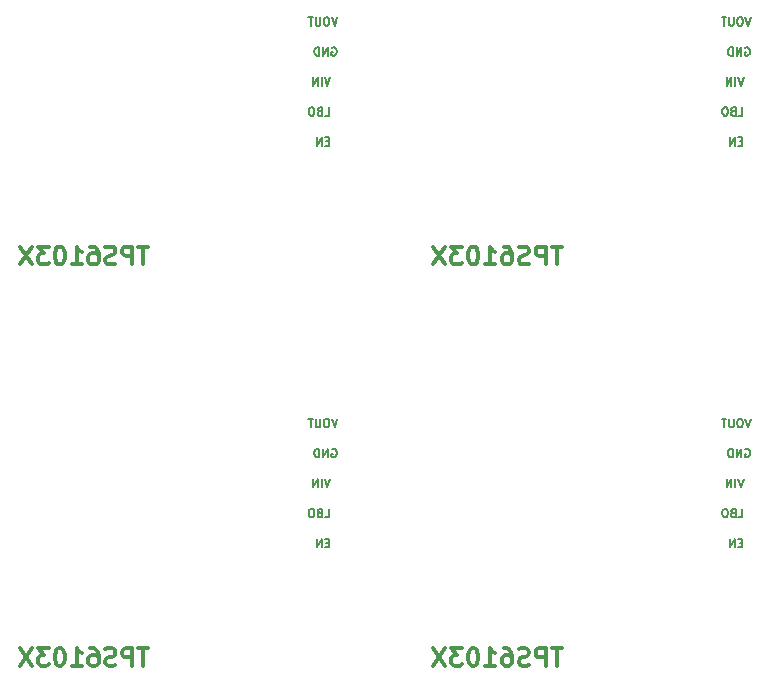
<source format=gbr>
%TF.GenerationSoftware,KiCad,Pcbnew,7.0.11+dfsg-1build4*%
%TF.CreationDate,2026-01-16T21:08:39-05:00*%
%TF.ProjectId,,58585858-5858-4585-9858-585858585858,rev?*%
%TF.SameCoordinates,Original*%
%TF.FileFunction,Legend,Bot*%
%TF.FilePolarity,Positive*%
%FSLAX46Y46*%
G04 Gerber Fmt 4.6, Leading zero omitted, Abs format (unit mm)*
G04 Created by KiCad (PCBNEW 7.0.11+dfsg-1build4) date 2026-01-16 21:08:39*
%MOMM*%
%LPD*%
G01*
G04 APERTURE LIST*
%ADD10C,0.175000*%
%ADD11C,0.300000*%
G04 APERTURE END LIST*
D10*
X133444869Y-105025233D02*
X133778202Y-105025233D01*
X133778202Y-105025233D02*
X133778202Y-104325233D01*
X132978202Y-104658566D02*
X132878202Y-104691900D01*
X132878202Y-104691900D02*
X132844868Y-104725233D01*
X132844868Y-104725233D02*
X132811535Y-104791900D01*
X132811535Y-104791900D02*
X132811535Y-104891900D01*
X132811535Y-104891900D02*
X132844868Y-104958566D01*
X132844868Y-104958566D02*
X132878202Y-104991900D01*
X132878202Y-104991900D02*
X132944868Y-105025233D01*
X132944868Y-105025233D02*
X133211535Y-105025233D01*
X133211535Y-105025233D02*
X133211535Y-104325233D01*
X133211535Y-104325233D02*
X132978202Y-104325233D01*
X132978202Y-104325233D02*
X132911535Y-104358566D01*
X132911535Y-104358566D02*
X132878202Y-104391900D01*
X132878202Y-104391900D02*
X132844868Y-104458566D01*
X132844868Y-104458566D02*
X132844868Y-104525233D01*
X132844868Y-104525233D02*
X132878202Y-104591900D01*
X132878202Y-104591900D02*
X132911535Y-104625233D01*
X132911535Y-104625233D02*
X132978202Y-104658566D01*
X132978202Y-104658566D02*
X133211535Y-104658566D01*
X132378202Y-104325233D02*
X132244868Y-104325233D01*
X132244868Y-104325233D02*
X132178202Y-104358566D01*
X132178202Y-104358566D02*
X132111535Y-104425233D01*
X132111535Y-104425233D02*
X132078202Y-104558566D01*
X132078202Y-104558566D02*
X132078202Y-104791900D01*
X132078202Y-104791900D02*
X132111535Y-104925233D01*
X132111535Y-104925233D02*
X132178202Y-104991900D01*
X132178202Y-104991900D02*
X132244868Y-105025233D01*
X132244868Y-105025233D02*
X132378202Y-105025233D01*
X132378202Y-105025233D02*
X132444868Y-104991900D01*
X132444868Y-104991900D02*
X132511535Y-104925233D01*
X132511535Y-104925233D02*
X132544868Y-104791900D01*
X132544868Y-104791900D02*
X132544868Y-104558566D01*
X132544868Y-104558566D02*
X132511535Y-104425233D01*
X132511535Y-104425233D02*
X132444868Y-104358566D01*
X132444868Y-104358566D02*
X132378202Y-104325233D01*
X134011535Y-99278566D02*
X134078202Y-99245233D01*
X134078202Y-99245233D02*
X134178202Y-99245233D01*
X134178202Y-99245233D02*
X134278202Y-99278566D01*
X134278202Y-99278566D02*
X134344869Y-99345233D01*
X134344869Y-99345233D02*
X134378202Y-99411900D01*
X134378202Y-99411900D02*
X134411535Y-99545233D01*
X134411535Y-99545233D02*
X134411535Y-99645233D01*
X134411535Y-99645233D02*
X134378202Y-99778566D01*
X134378202Y-99778566D02*
X134344869Y-99845233D01*
X134344869Y-99845233D02*
X134278202Y-99911900D01*
X134278202Y-99911900D02*
X134178202Y-99945233D01*
X134178202Y-99945233D02*
X134111535Y-99945233D01*
X134111535Y-99945233D02*
X134011535Y-99911900D01*
X134011535Y-99911900D02*
X133978202Y-99878566D01*
X133978202Y-99878566D02*
X133978202Y-99645233D01*
X133978202Y-99645233D02*
X134111535Y-99645233D01*
X133678202Y-99945233D02*
X133678202Y-99245233D01*
X133678202Y-99245233D02*
X133278202Y-99945233D01*
X133278202Y-99945233D02*
X133278202Y-99245233D01*
X132944869Y-99945233D02*
X132944869Y-99245233D01*
X132944869Y-99245233D02*
X132778202Y-99245233D01*
X132778202Y-99245233D02*
X132678202Y-99278566D01*
X132678202Y-99278566D02*
X132611536Y-99345233D01*
X132611536Y-99345233D02*
X132578202Y-99411900D01*
X132578202Y-99411900D02*
X132544869Y-99545233D01*
X132544869Y-99545233D02*
X132544869Y-99645233D01*
X132544869Y-99645233D02*
X132578202Y-99778566D01*
X132578202Y-99778566D02*
X132611536Y-99845233D01*
X132611536Y-99845233D02*
X132678202Y-99911900D01*
X132678202Y-99911900D02*
X132778202Y-99945233D01*
X132778202Y-99945233D02*
X132944869Y-99945233D01*
X133878202Y-101785233D02*
X133644869Y-102485233D01*
X133644869Y-102485233D02*
X133411535Y-101785233D01*
X133178202Y-102485233D02*
X133178202Y-101785233D01*
X132844869Y-102485233D02*
X132844869Y-101785233D01*
X132844869Y-101785233D02*
X132444869Y-102485233D01*
X132444869Y-102485233D02*
X132444869Y-101785233D01*
X133778202Y-107198566D02*
X133544869Y-107198566D01*
X133444869Y-107565233D02*
X133778202Y-107565233D01*
X133778202Y-107565233D02*
X133778202Y-106865233D01*
X133778202Y-106865233D02*
X133444869Y-106865233D01*
X133144869Y-107565233D02*
X133144869Y-106865233D01*
X133144869Y-106865233D02*
X132744869Y-107565233D01*
X132744869Y-107565233D02*
X132744869Y-106865233D01*
X134478202Y-96705233D02*
X134244869Y-97405233D01*
X134244869Y-97405233D02*
X134011535Y-96705233D01*
X133644869Y-96705233D02*
X133511535Y-96705233D01*
X133511535Y-96705233D02*
X133444869Y-96738566D01*
X133444869Y-96738566D02*
X133378202Y-96805233D01*
X133378202Y-96805233D02*
X133344869Y-96938566D01*
X133344869Y-96938566D02*
X133344869Y-97171900D01*
X133344869Y-97171900D02*
X133378202Y-97305233D01*
X133378202Y-97305233D02*
X133444869Y-97371900D01*
X133444869Y-97371900D02*
X133511535Y-97405233D01*
X133511535Y-97405233D02*
X133644869Y-97405233D01*
X133644869Y-97405233D02*
X133711535Y-97371900D01*
X133711535Y-97371900D02*
X133778202Y-97305233D01*
X133778202Y-97305233D02*
X133811535Y-97171900D01*
X133811535Y-97171900D02*
X133811535Y-96938566D01*
X133811535Y-96938566D02*
X133778202Y-96805233D01*
X133778202Y-96805233D02*
X133711535Y-96738566D01*
X133711535Y-96738566D02*
X133644869Y-96705233D01*
X133044869Y-96705233D02*
X133044869Y-97271900D01*
X133044869Y-97271900D02*
X133011536Y-97338566D01*
X133011536Y-97338566D02*
X132978202Y-97371900D01*
X132978202Y-97371900D02*
X132911536Y-97405233D01*
X132911536Y-97405233D02*
X132778202Y-97405233D01*
X132778202Y-97405233D02*
X132711536Y-97371900D01*
X132711536Y-97371900D02*
X132678202Y-97338566D01*
X132678202Y-97338566D02*
X132644869Y-97271900D01*
X132644869Y-97271900D02*
X132644869Y-96705233D01*
X132411536Y-96705233D02*
X132011536Y-96705233D01*
X132211536Y-97405233D02*
X132211536Y-96705233D01*
D11*
X118479774Y-116120828D02*
X117622632Y-116120828D01*
X118051203Y-117620828D02*
X118051203Y-116120828D01*
X117122632Y-117620828D02*
X117122632Y-116120828D01*
X117122632Y-116120828D02*
X116551203Y-116120828D01*
X116551203Y-116120828D02*
X116408346Y-116192257D01*
X116408346Y-116192257D02*
X116336917Y-116263685D01*
X116336917Y-116263685D02*
X116265489Y-116406542D01*
X116265489Y-116406542D02*
X116265489Y-116620828D01*
X116265489Y-116620828D02*
X116336917Y-116763685D01*
X116336917Y-116763685D02*
X116408346Y-116835114D01*
X116408346Y-116835114D02*
X116551203Y-116906542D01*
X116551203Y-116906542D02*
X117122632Y-116906542D01*
X115694060Y-117549400D02*
X115479775Y-117620828D01*
X115479775Y-117620828D02*
X115122632Y-117620828D01*
X115122632Y-117620828D02*
X114979775Y-117549400D01*
X114979775Y-117549400D02*
X114908346Y-117477971D01*
X114908346Y-117477971D02*
X114836917Y-117335114D01*
X114836917Y-117335114D02*
X114836917Y-117192257D01*
X114836917Y-117192257D02*
X114908346Y-117049400D01*
X114908346Y-117049400D02*
X114979775Y-116977971D01*
X114979775Y-116977971D02*
X115122632Y-116906542D01*
X115122632Y-116906542D02*
X115408346Y-116835114D01*
X115408346Y-116835114D02*
X115551203Y-116763685D01*
X115551203Y-116763685D02*
X115622632Y-116692257D01*
X115622632Y-116692257D02*
X115694060Y-116549400D01*
X115694060Y-116549400D02*
X115694060Y-116406542D01*
X115694060Y-116406542D02*
X115622632Y-116263685D01*
X115622632Y-116263685D02*
X115551203Y-116192257D01*
X115551203Y-116192257D02*
X115408346Y-116120828D01*
X115408346Y-116120828D02*
X115051203Y-116120828D01*
X115051203Y-116120828D02*
X114836917Y-116192257D01*
X113551204Y-116120828D02*
X113836918Y-116120828D01*
X113836918Y-116120828D02*
X113979775Y-116192257D01*
X113979775Y-116192257D02*
X114051204Y-116263685D01*
X114051204Y-116263685D02*
X114194061Y-116477971D01*
X114194061Y-116477971D02*
X114265489Y-116763685D01*
X114265489Y-116763685D02*
X114265489Y-117335114D01*
X114265489Y-117335114D02*
X114194061Y-117477971D01*
X114194061Y-117477971D02*
X114122632Y-117549400D01*
X114122632Y-117549400D02*
X113979775Y-117620828D01*
X113979775Y-117620828D02*
X113694061Y-117620828D01*
X113694061Y-117620828D02*
X113551204Y-117549400D01*
X113551204Y-117549400D02*
X113479775Y-117477971D01*
X113479775Y-117477971D02*
X113408346Y-117335114D01*
X113408346Y-117335114D02*
X113408346Y-116977971D01*
X113408346Y-116977971D02*
X113479775Y-116835114D01*
X113479775Y-116835114D02*
X113551204Y-116763685D01*
X113551204Y-116763685D02*
X113694061Y-116692257D01*
X113694061Y-116692257D02*
X113979775Y-116692257D01*
X113979775Y-116692257D02*
X114122632Y-116763685D01*
X114122632Y-116763685D02*
X114194061Y-116835114D01*
X114194061Y-116835114D02*
X114265489Y-116977971D01*
X111979775Y-117620828D02*
X112836918Y-117620828D01*
X112408347Y-117620828D02*
X112408347Y-116120828D01*
X112408347Y-116120828D02*
X112551204Y-116335114D01*
X112551204Y-116335114D02*
X112694061Y-116477971D01*
X112694061Y-116477971D02*
X112836918Y-116549400D01*
X111051204Y-116120828D02*
X110908347Y-116120828D01*
X110908347Y-116120828D02*
X110765490Y-116192257D01*
X110765490Y-116192257D02*
X110694062Y-116263685D01*
X110694062Y-116263685D02*
X110622633Y-116406542D01*
X110622633Y-116406542D02*
X110551204Y-116692257D01*
X110551204Y-116692257D02*
X110551204Y-117049400D01*
X110551204Y-117049400D02*
X110622633Y-117335114D01*
X110622633Y-117335114D02*
X110694062Y-117477971D01*
X110694062Y-117477971D02*
X110765490Y-117549400D01*
X110765490Y-117549400D02*
X110908347Y-117620828D01*
X110908347Y-117620828D02*
X111051204Y-117620828D01*
X111051204Y-117620828D02*
X111194062Y-117549400D01*
X111194062Y-117549400D02*
X111265490Y-117477971D01*
X111265490Y-117477971D02*
X111336919Y-117335114D01*
X111336919Y-117335114D02*
X111408347Y-117049400D01*
X111408347Y-117049400D02*
X111408347Y-116692257D01*
X111408347Y-116692257D02*
X111336919Y-116406542D01*
X111336919Y-116406542D02*
X111265490Y-116263685D01*
X111265490Y-116263685D02*
X111194062Y-116192257D01*
X111194062Y-116192257D02*
X111051204Y-116120828D01*
X110051205Y-116120828D02*
X109122633Y-116120828D01*
X109122633Y-116120828D02*
X109622633Y-116692257D01*
X109622633Y-116692257D02*
X109408348Y-116692257D01*
X109408348Y-116692257D02*
X109265491Y-116763685D01*
X109265491Y-116763685D02*
X109194062Y-116835114D01*
X109194062Y-116835114D02*
X109122633Y-116977971D01*
X109122633Y-116977971D02*
X109122633Y-117335114D01*
X109122633Y-117335114D02*
X109194062Y-117477971D01*
X109194062Y-117477971D02*
X109265491Y-117549400D01*
X109265491Y-117549400D02*
X109408348Y-117620828D01*
X109408348Y-117620828D02*
X109836919Y-117620828D01*
X109836919Y-117620828D02*
X109979776Y-117549400D01*
X109979776Y-117549400D02*
X110051205Y-117477971D01*
X108622634Y-116120828D02*
X107622634Y-117620828D01*
X107622634Y-116120828D02*
X108622634Y-117620828D01*
D10*
X98444869Y-105025233D02*
X98778202Y-105025233D01*
X98778202Y-105025233D02*
X98778202Y-104325233D01*
X97978202Y-104658566D02*
X97878202Y-104691900D01*
X97878202Y-104691900D02*
X97844868Y-104725233D01*
X97844868Y-104725233D02*
X97811535Y-104791900D01*
X97811535Y-104791900D02*
X97811535Y-104891900D01*
X97811535Y-104891900D02*
X97844868Y-104958566D01*
X97844868Y-104958566D02*
X97878202Y-104991900D01*
X97878202Y-104991900D02*
X97944868Y-105025233D01*
X97944868Y-105025233D02*
X98211535Y-105025233D01*
X98211535Y-105025233D02*
X98211535Y-104325233D01*
X98211535Y-104325233D02*
X97978202Y-104325233D01*
X97978202Y-104325233D02*
X97911535Y-104358566D01*
X97911535Y-104358566D02*
X97878202Y-104391900D01*
X97878202Y-104391900D02*
X97844868Y-104458566D01*
X97844868Y-104458566D02*
X97844868Y-104525233D01*
X97844868Y-104525233D02*
X97878202Y-104591900D01*
X97878202Y-104591900D02*
X97911535Y-104625233D01*
X97911535Y-104625233D02*
X97978202Y-104658566D01*
X97978202Y-104658566D02*
X98211535Y-104658566D01*
X97378202Y-104325233D02*
X97244868Y-104325233D01*
X97244868Y-104325233D02*
X97178202Y-104358566D01*
X97178202Y-104358566D02*
X97111535Y-104425233D01*
X97111535Y-104425233D02*
X97078202Y-104558566D01*
X97078202Y-104558566D02*
X97078202Y-104791900D01*
X97078202Y-104791900D02*
X97111535Y-104925233D01*
X97111535Y-104925233D02*
X97178202Y-104991900D01*
X97178202Y-104991900D02*
X97244868Y-105025233D01*
X97244868Y-105025233D02*
X97378202Y-105025233D01*
X97378202Y-105025233D02*
X97444868Y-104991900D01*
X97444868Y-104991900D02*
X97511535Y-104925233D01*
X97511535Y-104925233D02*
X97544868Y-104791900D01*
X97544868Y-104791900D02*
X97544868Y-104558566D01*
X97544868Y-104558566D02*
X97511535Y-104425233D01*
X97511535Y-104425233D02*
X97444868Y-104358566D01*
X97444868Y-104358566D02*
X97378202Y-104325233D01*
X99011535Y-99278566D02*
X99078202Y-99245233D01*
X99078202Y-99245233D02*
X99178202Y-99245233D01*
X99178202Y-99245233D02*
X99278202Y-99278566D01*
X99278202Y-99278566D02*
X99344869Y-99345233D01*
X99344869Y-99345233D02*
X99378202Y-99411900D01*
X99378202Y-99411900D02*
X99411535Y-99545233D01*
X99411535Y-99545233D02*
X99411535Y-99645233D01*
X99411535Y-99645233D02*
X99378202Y-99778566D01*
X99378202Y-99778566D02*
X99344869Y-99845233D01*
X99344869Y-99845233D02*
X99278202Y-99911900D01*
X99278202Y-99911900D02*
X99178202Y-99945233D01*
X99178202Y-99945233D02*
X99111535Y-99945233D01*
X99111535Y-99945233D02*
X99011535Y-99911900D01*
X99011535Y-99911900D02*
X98978202Y-99878566D01*
X98978202Y-99878566D02*
X98978202Y-99645233D01*
X98978202Y-99645233D02*
X99111535Y-99645233D01*
X98678202Y-99945233D02*
X98678202Y-99245233D01*
X98678202Y-99245233D02*
X98278202Y-99945233D01*
X98278202Y-99945233D02*
X98278202Y-99245233D01*
X97944869Y-99945233D02*
X97944869Y-99245233D01*
X97944869Y-99245233D02*
X97778202Y-99245233D01*
X97778202Y-99245233D02*
X97678202Y-99278566D01*
X97678202Y-99278566D02*
X97611536Y-99345233D01*
X97611536Y-99345233D02*
X97578202Y-99411900D01*
X97578202Y-99411900D02*
X97544869Y-99545233D01*
X97544869Y-99545233D02*
X97544869Y-99645233D01*
X97544869Y-99645233D02*
X97578202Y-99778566D01*
X97578202Y-99778566D02*
X97611536Y-99845233D01*
X97611536Y-99845233D02*
X97678202Y-99911900D01*
X97678202Y-99911900D02*
X97778202Y-99945233D01*
X97778202Y-99945233D02*
X97944869Y-99945233D01*
X98878202Y-101785233D02*
X98644869Y-102485233D01*
X98644869Y-102485233D02*
X98411535Y-101785233D01*
X98178202Y-102485233D02*
X98178202Y-101785233D01*
X97844869Y-102485233D02*
X97844869Y-101785233D01*
X97844869Y-101785233D02*
X97444869Y-102485233D01*
X97444869Y-102485233D02*
X97444869Y-101785233D01*
X98778202Y-107198566D02*
X98544869Y-107198566D01*
X98444869Y-107565233D02*
X98778202Y-107565233D01*
X98778202Y-107565233D02*
X98778202Y-106865233D01*
X98778202Y-106865233D02*
X98444869Y-106865233D01*
X98144869Y-107565233D02*
X98144869Y-106865233D01*
X98144869Y-106865233D02*
X97744869Y-107565233D01*
X97744869Y-107565233D02*
X97744869Y-106865233D01*
X99478202Y-96705233D02*
X99244869Y-97405233D01*
X99244869Y-97405233D02*
X99011535Y-96705233D01*
X98644869Y-96705233D02*
X98511535Y-96705233D01*
X98511535Y-96705233D02*
X98444869Y-96738566D01*
X98444869Y-96738566D02*
X98378202Y-96805233D01*
X98378202Y-96805233D02*
X98344869Y-96938566D01*
X98344869Y-96938566D02*
X98344869Y-97171900D01*
X98344869Y-97171900D02*
X98378202Y-97305233D01*
X98378202Y-97305233D02*
X98444869Y-97371900D01*
X98444869Y-97371900D02*
X98511535Y-97405233D01*
X98511535Y-97405233D02*
X98644869Y-97405233D01*
X98644869Y-97405233D02*
X98711535Y-97371900D01*
X98711535Y-97371900D02*
X98778202Y-97305233D01*
X98778202Y-97305233D02*
X98811535Y-97171900D01*
X98811535Y-97171900D02*
X98811535Y-96938566D01*
X98811535Y-96938566D02*
X98778202Y-96805233D01*
X98778202Y-96805233D02*
X98711535Y-96738566D01*
X98711535Y-96738566D02*
X98644869Y-96705233D01*
X98044869Y-96705233D02*
X98044869Y-97271900D01*
X98044869Y-97271900D02*
X98011536Y-97338566D01*
X98011536Y-97338566D02*
X97978202Y-97371900D01*
X97978202Y-97371900D02*
X97911536Y-97405233D01*
X97911536Y-97405233D02*
X97778202Y-97405233D01*
X97778202Y-97405233D02*
X97711536Y-97371900D01*
X97711536Y-97371900D02*
X97678202Y-97338566D01*
X97678202Y-97338566D02*
X97644869Y-97271900D01*
X97644869Y-97271900D02*
X97644869Y-96705233D01*
X97411536Y-96705233D02*
X97011536Y-96705233D01*
X97211536Y-97405233D02*
X97211536Y-96705233D01*
D11*
X83479774Y-116120828D02*
X82622632Y-116120828D01*
X83051203Y-117620828D02*
X83051203Y-116120828D01*
X82122632Y-117620828D02*
X82122632Y-116120828D01*
X82122632Y-116120828D02*
X81551203Y-116120828D01*
X81551203Y-116120828D02*
X81408346Y-116192257D01*
X81408346Y-116192257D02*
X81336917Y-116263685D01*
X81336917Y-116263685D02*
X81265489Y-116406542D01*
X81265489Y-116406542D02*
X81265489Y-116620828D01*
X81265489Y-116620828D02*
X81336917Y-116763685D01*
X81336917Y-116763685D02*
X81408346Y-116835114D01*
X81408346Y-116835114D02*
X81551203Y-116906542D01*
X81551203Y-116906542D02*
X82122632Y-116906542D01*
X80694060Y-117549400D02*
X80479775Y-117620828D01*
X80479775Y-117620828D02*
X80122632Y-117620828D01*
X80122632Y-117620828D02*
X79979775Y-117549400D01*
X79979775Y-117549400D02*
X79908346Y-117477971D01*
X79908346Y-117477971D02*
X79836917Y-117335114D01*
X79836917Y-117335114D02*
X79836917Y-117192257D01*
X79836917Y-117192257D02*
X79908346Y-117049400D01*
X79908346Y-117049400D02*
X79979775Y-116977971D01*
X79979775Y-116977971D02*
X80122632Y-116906542D01*
X80122632Y-116906542D02*
X80408346Y-116835114D01*
X80408346Y-116835114D02*
X80551203Y-116763685D01*
X80551203Y-116763685D02*
X80622632Y-116692257D01*
X80622632Y-116692257D02*
X80694060Y-116549400D01*
X80694060Y-116549400D02*
X80694060Y-116406542D01*
X80694060Y-116406542D02*
X80622632Y-116263685D01*
X80622632Y-116263685D02*
X80551203Y-116192257D01*
X80551203Y-116192257D02*
X80408346Y-116120828D01*
X80408346Y-116120828D02*
X80051203Y-116120828D01*
X80051203Y-116120828D02*
X79836917Y-116192257D01*
X78551204Y-116120828D02*
X78836918Y-116120828D01*
X78836918Y-116120828D02*
X78979775Y-116192257D01*
X78979775Y-116192257D02*
X79051204Y-116263685D01*
X79051204Y-116263685D02*
X79194061Y-116477971D01*
X79194061Y-116477971D02*
X79265489Y-116763685D01*
X79265489Y-116763685D02*
X79265489Y-117335114D01*
X79265489Y-117335114D02*
X79194061Y-117477971D01*
X79194061Y-117477971D02*
X79122632Y-117549400D01*
X79122632Y-117549400D02*
X78979775Y-117620828D01*
X78979775Y-117620828D02*
X78694061Y-117620828D01*
X78694061Y-117620828D02*
X78551204Y-117549400D01*
X78551204Y-117549400D02*
X78479775Y-117477971D01*
X78479775Y-117477971D02*
X78408346Y-117335114D01*
X78408346Y-117335114D02*
X78408346Y-116977971D01*
X78408346Y-116977971D02*
X78479775Y-116835114D01*
X78479775Y-116835114D02*
X78551204Y-116763685D01*
X78551204Y-116763685D02*
X78694061Y-116692257D01*
X78694061Y-116692257D02*
X78979775Y-116692257D01*
X78979775Y-116692257D02*
X79122632Y-116763685D01*
X79122632Y-116763685D02*
X79194061Y-116835114D01*
X79194061Y-116835114D02*
X79265489Y-116977971D01*
X76979775Y-117620828D02*
X77836918Y-117620828D01*
X77408347Y-117620828D02*
X77408347Y-116120828D01*
X77408347Y-116120828D02*
X77551204Y-116335114D01*
X77551204Y-116335114D02*
X77694061Y-116477971D01*
X77694061Y-116477971D02*
X77836918Y-116549400D01*
X76051204Y-116120828D02*
X75908347Y-116120828D01*
X75908347Y-116120828D02*
X75765490Y-116192257D01*
X75765490Y-116192257D02*
X75694062Y-116263685D01*
X75694062Y-116263685D02*
X75622633Y-116406542D01*
X75622633Y-116406542D02*
X75551204Y-116692257D01*
X75551204Y-116692257D02*
X75551204Y-117049400D01*
X75551204Y-117049400D02*
X75622633Y-117335114D01*
X75622633Y-117335114D02*
X75694062Y-117477971D01*
X75694062Y-117477971D02*
X75765490Y-117549400D01*
X75765490Y-117549400D02*
X75908347Y-117620828D01*
X75908347Y-117620828D02*
X76051204Y-117620828D01*
X76051204Y-117620828D02*
X76194062Y-117549400D01*
X76194062Y-117549400D02*
X76265490Y-117477971D01*
X76265490Y-117477971D02*
X76336919Y-117335114D01*
X76336919Y-117335114D02*
X76408347Y-117049400D01*
X76408347Y-117049400D02*
X76408347Y-116692257D01*
X76408347Y-116692257D02*
X76336919Y-116406542D01*
X76336919Y-116406542D02*
X76265490Y-116263685D01*
X76265490Y-116263685D02*
X76194062Y-116192257D01*
X76194062Y-116192257D02*
X76051204Y-116120828D01*
X75051205Y-116120828D02*
X74122633Y-116120828D01*
X74122633Y-116120828D02*
X74622633Y-116692257D01*
X74622633Y-116692257D02*
X74408348Y-116692257D01*
X74408348Y-116692257D02*
X74265491Y-116763685D01*
X74265491Y-116763685D02*
X74194062Y-116835114D01*
X74194062Y-116835114D02*
X74122633Y-116977971D01*
X74122633Y-116977971D02*
X74122633Y-117335114D01*
X74122633Y-117335114D02*
X74194062Y-117477971D01*
X74194062Y-117477971D02*
X74265491Y-117549400D01*
X74265491Y-117549400D02*
X74408348Y-117620828D01*
X74408348Y-117620828D02*
X74836919Y-117620828D01*
X74836919Y-117620828D02*
X74979776Y-117549400D01*
X74979776Y-117549400D02*
X75051205Y-117477971D01*
X73622634Y-116120828D02*
X72622634Y-117620828D01*
X72622634Y-116120828D02*
X73622634Y-117620828D01*
D10*
X133444869Y-71025233D02*
X133778202Y-71025233D01*
X133778202Y-71025233D02*
X133778202Y-70325233D01*
X132978202Y-70658566D02*
X132878202Y-70691900D01*
X132878202Y-70691900D02*
X132844868Y-70725233D01*
X132844868Y-70725233D02*
X132811535Y-70791900D01*
X132811535Y-70791900D02*
X132811535Y-70891900D01*
X132811535Y-70891900D02*
X132844868Y-70958566D01*
X132844868Y-70958566D02*
X132878202Y-70991900D01*
X132878202Y-70991900D02*
X132944868Y-71025233D01*
X132944868Y-71025233D02*
X133211535Y-71025233D01*
X133211535Y-71025233D02*
X133211535Y-70325233D01*
X133211535Y-70325233D02*
X132978202Y-70325233D01*
X132978202Y-70325233D02*
X132911535Y-70358566D01*
X132911535Y-70358566D02*
X132878202Y-70391900D01*
X132878202Y-70391900D02*
X132844868Y-70458566D01*
X132844868Y-70458566D02*
X132844868Y-70525233D01*
X132844868Y-70525233D02*
X132878202Y-70591900D01*
X132878202Y-70591900D02*
X132911535Y-70625233D01*
X132911535Y-70625233D02*
X132978202Y-70658566D01*
X132978202Y-70658566D02*
X133211535Y-70658566D01*
X132378202Y-70325233D02*
X132244868Y-70325233D01*
X132244868Y-70325233D02*
X132178202Y-70358566D01*
X132178202Y-70358566D02*
X132111535Y-70425233D01*
X132111535Y-70425233D02*
X132078202Y-70558566D01*
X132078202Y-70558566D02*
X132078202Y-70791900D01*
X132078202Y-70791900D02*
X132111535Y-70925233D01*
X132111535Y-70925233D02*
X132178202Y-70991900D01*
X132178202Y-70991900D02*
X132244868Y-71025233D01*
X132244868Y-71025233D02*
X132378202Y-71025233D01*
X132378202Y-71025233D02*
X132444868Y-70991900D01*
X132444868Y-70991900D02*
X132511535Y-70925233D01*
X132511535Y-70925233D02*
X132544868Y-70791900D01*
X132544868Y-70791900D02*
X132544868Y-70558566D01*
X132544868Y-70558566D02*
X132511535Y-70425233D01*
X132511535Y-70425233D02*
X132444868Y-70358566D01*
X132444868Y-70358566D02*
X132378202Y-70325233D01*
X134011535Y-65278566D02*
X134078202Y-65245233D01*
X134078202Y-65245233D02*
X134178202Y-65245233D01*
X134178202Y-65245233D02*
X134278202Y-65278566D01*
X134278202Y-65278566D02*
X134344869Y-65345233D01*
X134344869Y-65345233D02*
X134378202Y-65411900D01*
X134378202Y-65411900D02*
X134411535Y-65545233D01*
X134411535Y-65545233D02*
X134411535Y-65645233D01*
X134411535Y-65645233D02*
X134378202Y-65778566D01*
X134378202Y-65778566D02*
X134344869Y-65845233D01*
X134344869Y-65845233D02*
X134278202Y-65911900D01*
X134278202Y-65911900D02*
X134178202Y-65945233D01*
X134178202Y-65945233D02*
X134111535Y-65945233D01*
X134111535Y-65945233D02*
X134011535Y-65911900D01*
X134011535Y-65911900D02*
X133978202Y-65878566D01*
X133978202Y-65878566D02*
X133978202Y-65645233D01*
X133978202Y-65645233D02*
X134111535Y-65645233D01*
X133678202Y-65945233D02*
X133678202Y-65245233D01*
X133678202Y-65245233D02*
X133278202Y-65945233D01*
X133278202Y-65945233D02*
X133278202Y-65245233D01*
X132944869Y-65945233D02*
X132944869Y-65245233D01*
X132944869Y-65245233D02*
X132778202Y-65245233D01*
X132778202Y-65245233D02*
X132678202Y-65278566D01*
X132678202Y-65278566D02*
X132611536Y-65345233D01*
X132611536Y-65345233D02*
X132578202Y-65411900D01*
X132578202Y-65411900D02*
X132544869Y-65545233D01*
X132544869Y-65545233D02*
X132544869Y-65645233D01*
X132544869Y-65645233D02*
X132578202Y-65778566D01*
X132578202Y-65778566D02*
X132611536Y-65845233D01*
X132611536Y-65845233D02*
X132678202Y-65911900D01*
X132678202Y-65911900D02*
X132778202Y-65945233D01*
X132778202Y-65945233D02*
X132944869Y-65945233D01*
X133878202Y-67785233D02*
X133644869Y-68485233D01*
X133644869Y-68485233D02*
X133411535Y-67785233D01*
X133178202Y-68485233D02*
X133178202Y-67785233D01*
X132844869Y-68485233D02*
X132844869Y-67785233D01*
X132844869Y-67785233D02*
X132444869Y-68485233D01*
X132444869Y-68485233D02*
X132444869Y-67785233D01*
X133778202Y-73198566D02*
X133544869Y-73198566D01*
X133444869Y-73565233D02*
X133778202Y-73565233D01*
X133778202Y-73565233D02*
X133778202Y-72865233D01*
X133778202Y-72865233D02*
X133444869Y-72865233D01*
X133144869Y-73565233D02*
X133144869Y-72865233D01*
X133144869Y-72865233D02*
X132744869Y-73565233D01*
X132744869Y-73565233D02*
X132744869Y-72865233D01*
X134478202Y-62705233D02*
X134244869Y-63405233D01*
X134244869Y-63405233D02*
X134011535Y-62705233D01*
X133644869Y-62705233D02*
X133511535Y-62705233D01*
X133511535Y-62705233D02*
X133444869Y-62738566D01*
X133444869Y-62738566D02*
X133378202Y-62805233D01*
X133378202Y-62805233D02*
X133344869Y-62938566D01*
X133344869Y-62938566D02*
X133344869Y-63171900D01*
X133344869Y-63171900D02*
X133378202Y-63305233D01*
X133378202Y-63305233D02*
X133444869Y-63371900D01*
X133444869Y-63371900D02*
X133511535Y-63405233D01*
X133511535Y-63405233D02*
X133644869Y-63405233D01*
X133644869Y-63405233D02*
X133711535Y-63371900D01*
X133711535Y-63371900D02*
X133778202Y-63305233D01*
X133778202Y-63305233D02*
X133811535Y-63171900D01*
X133811535Y-63171900D02*
X133811535Y-62938566D01*
X133811535Y-62938566D02*
X133778202Y-62805233D01*
X133778202Y-62805233D02*
X133711535Y-62738566D01*
X133711535Y-62738566D02*
X133644869Y-62705233D01*
X133044869Y-62705233D02*
X133044869Y-63271900D01*
X133044869Y-63271900D02*
X133011536Y-63338566D01*
X133011536Y-63338566D02*
X132978202Y-63371900D01*
X132978202Y-63371900D02*
X132911536Y-63405233D01*
X132911536Y-63405233D02*
X132778202Y-63405233D01*
X132778202Y-63405233D02*
X132711536Y-63371900D01*
X132711536Y-63371900D02*
X132678202Y-63338566D01*
X132678202Y-63338566D02*
X132644869Y-63271900D01*
X132644869Y-63271900D02*
X132644869Y-62705233D01*
X132411536Y-62705233D02*
X132011536Y-62705233D01*
X132211536Y-63405233D02*
X132211536Y-62705233D01*
D11*
X118479774Y-82120828D02*
X117622632Y-82120828D01*
X118051203Y-83620828D02*
X118051203Y-82120828D01*
X117122632Y-83620828D02*
X117122632Y-82120828D01*
X117122632Y-82120828D02*
X116551203Y-82120828D01*
X116551203Y-82120828D02*
X116408346Y-82192257D01*
X116408346Y-82192257D02*
X116336917Y-82263685D01*
X116336917Y-82263685D02*
X116265489Y-82406542D01*
X116265489Y-82406542D02*
X116265489Y-82620828D01*
X116265489Y-82620828D02*
X116336917Y-82763685D01*
X116336917Y-82763685D02*
X116408346Y-82835114D01*
X116408346Y-82835114D02*
X116551203Y-82906542D01*
X116551203Y-82906542D02*
X117122632Y-82906542D01*
X115694060Y-83549400D02*
X115479775Y-83620828D01*
X115479775Y-83620828D02*
X115122632Y-83620828D01*
X115122632Y-83620828D02*
X114979775Y-83549400D01*
X114979775Y-83549400D02*
X114908346Y-83477971D01*
X114908346Y-83477971D02*
X114836917Y-83335114D01*
X114836917Y-83335114D02*
X114836917Y-83192257D01*
X114836917Y-83192257D02*
X114908346Y-83049400D01*
X114908346Y-83049400D02*
X114979775Y-82977971D01*
X114979775Y-82977971D02*
X115122632Y-82906542D01*
X115122632Y-82906542D02*
X115408346Y-82835114D01*
X115408346Y-82835114D02*
X115551203Y-82763685D01*
X115551203Y-82763685D02*
X115622632Y-82692257D01*
X115622632Y-82692257D02*
X115694060Y-82549400D01*
X115694060Y-82549400D02*
X115694060Y-82406542D01*
X115694060Y-82406542D02*
X115622632Y-82263685D01*
X115622632Y-82263685D02*
X115551203Y-82192257D01*
X115551203Y-82192257D02*
X115408346Y-82120828D01*
X115408346Y-82120828D02*
X115051203Y-82120828D01*
X115051203Y-82120828D02*
X114836917Y-82192257D01*
X113551204Y-82120828D02*
X113836918Y-82120828D01*
X113836918Y-82120828D02*
X113979775Y-82192257D01*
X113979775Y-82192257D02*
X114051204Y-82263685D01*
X114051204Y-82263685D02*
X114194061Y-82477971D01*
X114194061Y-82477971D02*
X114265489Y-82763685D01*
X114265489Y-82763685D02*
X114265489Y-83335114D01*
X114265489Y-83335114D02*
X114194061Y-83477971D01*
X114194061Y-83477971D02*
X114122632Y-83549400D01*
X114122632Y-83549400D02*
X113979775Y-83620828D01*
X113979775Y-83620828D02*
X113694061Y-83620828D01*
X113694061Y-83620828D02*
X113551204Y-83549400D01*
X113551204Y-83549400D02*
X113479775Y-83477971D01*
X113479775Y-83477971D02*
X113408346Y-83335114D01*
X113408346Y-83335114D02*
X113408346Y-82977971D01*
X113408346Y-82977971D02*
X113479775Y-82835114D01*
X113479775Y-82835114D02*
X113551204Y-82763685D01*
X113551204Y-82763685D02*
X113694061Y-82692257D01*
X113694061Y-82692257D02*
X113979775Y-82692257D01*
X113979775Y-82692257D02*
X114122632Y-82763685D01*
X114122632Y-82763685D02*
X114194061Y-82835114D01*
X114194061Y-82835114D02*
X114265489Y-82977971D01*
X111979775Y-83620828D02*
X112836918Y-83620828D01*
X112408347Y-83620828D02*
X112408347Y-82120828D01*
X112408347Y-82120828D02*
X112551204Y-82335114D01*
X112551204Y-82335114D02*
X112694061Y-82477971D01*
X112694061Y-82477971D02*
X112836918Y-82549400D01*
X111051204Y-82120828D02*
X110908347Y-82120828D01*
X110908347Y-82120828D02*
X110765490Y-82192257D01*
X110765490Y-82192257D02*
X110694062Y-82263685D01*
X110694062Y-82263685D02*
X110622633Y-82406542D01*
X110622633Y-82406542D02*
X110551204Y-82692257D01*
X110551204Y-82692257D02*
X110551204Y-83049400D01*
X110551204Y-83049400D02*
X110622633Y-83335114D01*
X110622633Y-83335114D02*
X110694062Y-83477971D01*
X110694062Y-83477971D02*
X110765490Y-83549400D01*
X110765490Y-83549400D02*
X110908347Y-83620828D01*
X110908347Y-83620828D02*
X111051204Y-83620828D01*
X111051204Y-83620828D02*
X111194062Y-83549400D01*
X111194062Y-83549400D02*
X111265490Y-83477971D01*
X111265490Y-83477971D02*
X111336919Y-83335114D01*
X111336919Y-83335114D02*
X111408347Y-83049400D01*
X111408347Y-83049400D02*
X111408347Y-82692257D01*
X111408347Y-82692257D02*
X111336919Y-82406542D01*
X111336919Y-82406542D02*
X111265490Y-82263685D01*
X111265490Y-82263685D02*
X111194062Y-82192257D01*
X111194062Y-82192257D02*
X111051204Y-82120828D01*
X110051205Y-82120828D02*
X109122633Y-82120828D01*
X109122633Y-82120828D02*
X109622633Y-82692257D01*
X109622633Y-82692257D02*
X109408348Y-82692257D01*
X109408348Y-82692257D02*
X109265491Y-82763685D01*
X109265491Y-82763685D02*
X109194062Y-82835114D01*
X109194062Y-82835114D02*
X109122633Y-82977971D01*
X109122633Y-82977971D02*
X109122633Y-83335114D01*
X109122633Y-83335114D02*
X109194062Y-83477971D01*
X109194062Y-83477971D02*
X109265491Y-83549400D01*
X109265491Y-83549400D02*
X109408348Y-83620828D01*
X109408348Y-83620828D02*
X109836919Y-83620828D01*
X109836919Y-83620828D02*
X109979776Y-83549400D01*
X109979776Y-83549400D02*
X110051205Y-83477971D01*
X108622634Y-82120828D02*
X107622634Y-83620828D01*
X107622634Y-82120828D02*
X108622634Y-83620828D01*
D10*
X99478202Y-62705233D02*
X99244869Y-63405233D01*
X99244869Y-63405233D02*
X99011535Y-62705233D01*
X98644869Y-62705233D02*
X98511535Y-62705233D01*
X98511535Y-62705233D02*
X98444869Y-62738566D01*
X98444869Y-62738566D02*
X98378202Y-62805233D01*
X98378202Y-62805233D02*
X98344869Y-62938566D01*
X98344869Y-62938566D02*
X98344869Y-63171900D01*
X98344869Y-63171900D02*
X98378202Y-63305233D01*
X98378202Y-63305233D02*
X98444869Y-63371900D01*
X98444869Y-63371900D02*
X98511535Y-63405233D01*
X98511535Y-63405233D02*
X98644869Y-63405233D01*
X98644869Y-63405233D02*
X98711535Y-63371900D01*
X98711535Y-63371900D02*
X98778202Y-63305233D01*
X98778202Y-63305233D02*
X98811535Y-63171900D01*
X98811535Y-63171900D02*
X98811535Y-62938566D01*
X98811535Y-62938566D02*
X98778202Y-62805233D01*
X98778202Y-62805233D02*
X98711535Y-62738566D01*
X98711535Y-62738566D02*
X98644869Y-62705233D01*
X98044869Y-62705233D02*
X98044869Y-63271900D01*
X98044869Y-63271900D02*
X98011536Y-63338566D01*
X98011536Y-63338566D02*
X97978202Y-63371900D01*
X97978202Y-63371900D02*
X97911536Y-63405233D01*
X97911536Y-63405233D02*
X97778202Y-63405233D01*
X97778202Y-63405233D02*
X97711536Y-63371900D01*
X97711536Y-63371900D02*
X97678202Y-63338566D01*
X97678202Y-63338566D02*
X97644869Y-63271900D01*
X97644869Y-63271900D02*
X97644869Y-62705233D01*
X97411536Y-62705233D02*
X97011536Y-62705233D01*
X97211536Y-63405233D02*
X97211536Y-62705233D01*
X98778202Y-73198566D02*
X98544869Y-73198566D01*
X98444869Y-73565233D02*
X98778202Y-73565233D01*
X98778202Y-73565233D02*
X98778202Y-72865233D01*
X98778202Y-72865233D02*
X98444869Y-72865233D01*
X98144869Y-73565233D02*
X98144869Y-72865233D01*
X98144869Y-72865233D02*
X97744869Y-73565233D01*
X97744869Y-73565233D02*
X97744869Y-72865233D01*
X98878202Y-67785233D02*
X98644869Y-68485233D01*
X98644869Y-68485233D02*
X98411535Y-67785233D01*
X98178202Y-68485233D02*
X98178202Y-67785233D01*
X97844869Y-68485233D02*
X97844869Y-67785233D01*
X97844869Y-67785233D02*
X97444869Y-68485233D01*
X97444869Y-68485233D02*
X97444869Y-67785233D01*
D11*
X83479774Y-82120828D02*
X82622632Y-82120828D01*
X83051203Y-83620828D02*
X83051203Y-82120828D01*
X82122632Y-83620828D02*
X82122632Y-82120828D01*
X82122632Y-82120828D02*
X81551203Y-82120828D01*
X81551203Y-82120828D02*
X81408346Y-82192257D01*
X81408346Y-82192257D02*
X81336917Y-82263685D01*
X81336917Y-82263685D02*
X81265489Y-82406542D01*
X81265489Y-82406542D02*
X81265489Y-82620828D01*
X81265489Y-82620828D02*
X81336917Y-82763685D01*
X81336917Y-82763685D02*
X81408346Y-82835114D01*
X81408346Y-82835114D02*
X81551203Y-82906542D01*
X81551203Y-82906542D02*
X82122632Y-82906542D01*
X80694060Y-83549400D02*
X80479775Y-83620828D01*
X80479775Y-83620828D02*
X80122632Y-83620828D01*
X80122632Y-83620828D02*
X79979775Y-83549400D01*
X79979775Y-83549400D02*
X79908346Y-83477971D01*
X79908346Y-83477971D02*
X79836917Y-83335114D01*
X79836917Y-83335114D02*
X79836917Y-83192257D01*
X79836917Y-83192257D02*
X79908346Y-83049400D01*
X79908346Y-83049400D02*
X79979775Y-82977971D01*
X79979775Y-82977971D02*
X80122632Y-82906542D01*
X80122632Y-82906542D02*
X80408346Y-82835114D01*
X80408346Y-82835114D02*
X80551203Y-82763685D01*
X80551203Y-82763685D02*
X80622632Y-82692257D01*
X80622632Y-82692257D02*
X80694060Y-82549400D01*
X80694060Y-82549400D02*
X80694060Y-82406542D01*
X80694060Y-82406542D02*
X80622632Y-82263685D01*
X80622632Y-82263685D02*
X80551203Y-82192257D01*
X80551203Y-82192257D02*
X80408346Y-82120828D01*
X80408346Y-82120828D02*
X80051203Y-82120828D01*
X80051203Y-82120828D02*
X79836917Y-82192257D01*
X78551204Y-82120828D02*
X78836918Y-82120828D01*
X78836918Y-82120828D02*
X78979775Y-82192257D01*
X78979775Y-82192257D02*
X79051204Y-82263685D01*
X79051204Y-82263685D02*
X79194061Y-82477971D01*
X79194061Y-82477971D02*
X79265489Y-82763685D01*
X79265489Y-82763685D02*
X79265489Y-83335114D01*
X79265489Y-83335114D02*
X79194061Y-83477971D01*
X79194061Y-83477971D02*
X79122632Y-83549400D01*
X79122632Y-83549400D02*
X78979775Y-83620828D01*
X78979775Y-83620828D02*
X78694061Y-83620828D01*
X78694061Y-83620828D02*
X78551204Y-83549400D01*
X78551204Y-83549400D02*
X78479775Y-83477971D01*
X78479775Y-83477971D02*
X78408346Y-83335114D01*
X78408346Y-83335114D02*
X78408346Y-82977971D01*
X78408346Y-82977971D02*
X78479775Y-82835114D01*
X78479775Y-82835114D02*
X78551204Y-82763685D01*
X78551204Y-82763685D02*
X78694061Y-82692257D01*
X78694061Y-82692257D02*
X78979775Y-82692257D01*
X78979775Y-82692257D02*
X79122632Y-82763685D01*
X79122632Y-82763685D02*
X79194061Y-82835114D01*
X79194061Y-82835114D02*
X79265489Y-82977971D01*
X76979775Y-83620828D02*
X77836918Y-83620828D01*
X77408347Y-83620828D02*
X77408347Y-82120828D01*
X77408347Y-82120828D02*
X77551204Y-82335114D01*
X77551204Y-82335114D02*
X77694061Y-82477971D01*
X77694061Y-82477971D02*
X77836918Y-82549400D01*
X76051204Y-82120828D02*
X75908347Y-82120828D01*
X75908347Y-82120828D02*
X75765490Y-82192257D01*
X75765490Y-82192257D02*
X75694062Y-82263685D01*
X75694062Y-82263685D02*
X75622633Y-82406542D01*
X75622633Y-82406542D02*
X75551204Y-82692257D01*
X75551204Y-82692257D02*
X75551204Y-83049400D01*
X75551204Y-83049400D02*
X75622633Y-83335114D01*
X75622633Y-83335114D02*
X75694062Y-83477971D01*
X75694062Y-83477971D02*
X75765490Y-83549400D01*
X75765490Y-83549400D02*
X75908347Y-83620828D01*
X75908347Y-83620828D02*
X76051204Y-83620828D01*
X76051204Y-83620828D02*
X76194062Y-83549400D01*
X76194062Y-83549400D02*
X76265490Y-83477971D01*
X76265490Y-83477971D02*
X76336919Y-83335114D01*
X76336919Y-83335114D02*
X76408347Y-83049400D01*
X76408347Y-83049400D02*
X76408347Y-82692257D01*
X76408347Y-82692257D02*
X76336919Y-82406542D01*
X76336919Y-82406542D02*
X76265490Y-82263685D01*
X76265490Y-82263685D02*
X76194062Y-82192257D01*
X76194062Y-82192257D02*
X76051204Y-82120828D01*
X75051205Y-82120828D02*
X74122633Y-82120828D01*
X74122633Y-82120828D02*
X74622633Y-82692257D01*
X74622633Y-82692257D02*
X74408348Y-82692257D01*
X74408348Y-82692257D02*
X74265491Y-82763685D01*
X74265491Y-82763685D02*
X74194062Y-82835114D01*
X74194062Y-82835114D02*
X74122633Y-82977971D01*
X74122633Y-82977971D02*
X74122633Y-83335114D01*
X74122633Y-83335114D02*
X74194062Y-83477971D01*
X74194062Y-83477971D02*
X74265491Y-83549400D01*
X74265491Y-83549400D02*
X74408348Y-83620828D01*
X74408348Y-83620828D02*
X74836919Y-83620828D01*
X74836919Y-83620828D02*
X74979776Y-83549400D01*
X74979776Y-83549400D02*
X75051205Y-83477971D01*
X73622634Y-82120828D02*
X72622634Y-83620828D01*
X72622634Y-82120828D02*
X73622634Y-83620828D01*
D10*
X98444869Y-71025233D02*
X98778202Y-71025233D01*
X98778202Y-71025233D02*
X98778202Y-70325233D01*
X97978202Y-70658566D02*
X97878202Y-70691900D01*
X97878202Y-70691900D02*
X97844868Y-70725233D01*
X97844868Y-70725233D02*
X97811535Y-70791900D01*
X97811535Y-70791900D02*
X97811535Y-70891900D01*
X97811535Y-70891900D02*
X97844868Y-70958566D01*
X97844868Y-70958566D02*
X97878202Y-70991900D01*
X97878202Y-70991900D02*
X97944868Y-71025233D01*
X97944868Y-71025233D02*
X98211535Y-71025233D01*
X98211535Y-71025233D02*
X98211535Y-70325233D01*
X98211535Y-70325233D02*
X97978202Y-70325233D01*
X97978202Y-70325233D02*
X97911535Y-70358566D01*
X97911535Y-70358566D02*
X97878202Y-70391900D01*
X97878202Y-70391900D02*
X97844868Y-70458566D01*
X97844868Y-70458566D02*
X97844868Y-70525233D01*
X97844868Y-70525233D02*
X97878202Y-70591900D01*
X97878202Y-70591900D02*
X97911535Y-70625233D01*
X97911535Y-70625233D02*
X97978202Y-70658566D01*
X97978202Y-70658566D02*
X98211535Y-70658566D01*
X97378202Y-70325233D02*
X97244868Y-70325233D01*
X97244868Y-70325233D02*
X97178202Y-70358566D01*
X97178202Y-70358566D02*
X97111535Y-70425233D01*
X97111535Y-70425233D02*
X97078202Y-70558566D01*
X97078202Y-70558566D02*
X97078202Y-70791900D01*
X97078202Y-70791900D02*
X97111535Y-70925233D01*
X97111535Y-70925233D02*
X97178202Y-70991900D01*
X97178202Y-70991900D02*
X97244868Y-71025233D01*
X97244868Y-71025233D02*
X97378202Y-71025233D01*
X97378202Y-71025233D02*
X97444868Y-70991900D01*
X97444868Y-70991900D02*
X97511535Y-70925233D01*
X97511535Y-70925233D02*
X97544868Y-70791900D01*
X97544868Y-70791900D02*
X97544868Y-70558566D01*
X97544868Y-70558566D02*
X97511535Y-70425233D01*
X97511535Y-70425233D02*
X97444868Y-70358566D01*
X97444868Y-70358566D02*
X97378202Y-70325233D01*
X99011535Y-65278566D02*
X99078202Y-65245233D01*
X99078202Y-65245233D02*
X99178202Y-65245233D01*
X99178202Y-65245233D02*
X99278202Y-65278566D01*
X99278202Y-65278566D02*
X99344869Y-65345233D01*
X99344869Y-65345233D02*
X99378202Y-65411900D01*
X99378202Y-65411900D02*
X99411535Y-65545233D01*
X99411535Y-65545233D02*
X99411535Y-65645233D01*
X99411535Y-65645233D02*
X99378202Y-65778566D01*
X99378202Y-65778566D02*
X99344869Y-65845233D01*
X99344869Y-65845233D02*
X99278202Y-65911900D01*
X99278202Y-65911900D02*
X99178202Y-65945233D01*
X99178202Y-65945233D02*
X99111535Y-65945233D01*
X99111535Y-65945233D02*
X99011535Y-65911900D01*
X99011535Y-65911900D02*
X98978202Y-65878566D01*
X98978202Y-65878566D02*
X98978202Y-65645233D01*
X98978202Y-65645233D02*
X99111535Y-65645233D01*
X98678202Y-65945233D02*
X98678202Y-65245233D01*
X98678202Y-65245233D02*
X98278202Y-65945233D01*
X98278202Y-65945233D02*
X98278202Y-65245233D01*
X97944869Y-65945233D02*
X97944869Y-65245233D01*
X97944869Y-65245233D02*
X97778202Y-65245233D01*
X97778202Y-65245233D02*
X97678202Y-65278566D01*
X97678202Y-65278566D02*
X97611536Y-65345233D01*
X97611536Y-65345233D02*
X97578202Y-65411900D01*
X97578202Y-65411900D02*
X97544869Y-65545233D01*
X97544869Y-65545233D02*
X97544869Y-65645233D01*
X97544869Y-65645233D02*
X97578202Y-65778566D01*
X97578202Y-65778566D02*
X97611536Y-65845233D01*
X97611536Y-65845233D02*
X97678202Y-65911900D01*
X97678202Y-65911900D02*
X97778202Y-65945233D01*
X97778202Y-65945233D02*
X97944869Y-65945233D01*
M02*

</source>
